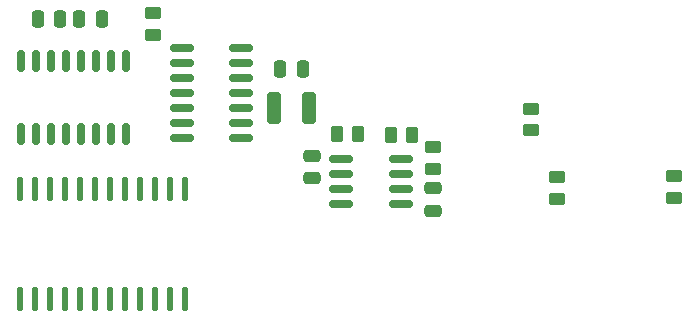
<source format=gtp>
%TF.GenerationSoftware,KiCad,Pcbnew,7.0.10*%
%TF.CreationDate,2024-01-19T17:16:02+02:00*%
%TF.ProjectId,jox030,6a6f7830-3330-42e6-9b69-6361645f7063,rev?*%
%TF.SameCoordinates,Original*%
%TF.FileFunction,Paste,Top*%
%TF.FilePolarity,Positive*%
%FSLAX46Y46*%
G04 Gerber Fmt 4.6, Leading zero omitted, Abs format (unit mm)*
G04 Created by KiCad (PCBNEW 7.0.10) date 2024-01-19 17:16:02*
%MOMM*%
%LPD*%
G01*
G04 APERTURE LIST*
G04 Aperture macros list*
%AMRoundRect*
0 Rectangle with rounded corners*
0 $1 Rounding radius*
0 $2 $3 $4 $5 $6 $7 $8 $9 X,Y pos of 4 corners*
0 Add a 4 corners polygon primitive as box body*
4,1,4,$2,$3,$4,$5,$6,$7,$8,$9,$2,$3,0*
0 Add four circle primitives for the rounded corners*
1,1,$1+$1,$2,$3*
1,1,$1+$1,$4,$5*
1,1,$1+$1,$6,$7*
1,1,$1+$1,$8,$9*
0 Add four rect primitives between the rounded corners*
20,1,$1+$1,$2,$3,$4,$5,0*
20,1,$1+$1,$4,$5,$6,$7,0*
20,1,$1+$1,$6,$7,$8,$9,0*
20,1,$1+$1,$8,$9,$2,$3,0*%
G04 Aperture macros list end*
%ADD10RoundRect,0.250000X-0.262500X-0.450000X0.262500X-0.450000X0.262500X0.450000X-0.262500X0.450000X0*%
%ADD11RoundRect,0.250000X-0.475000X0.250000X-0.475000X-0.250000X0.475000X-0.250000X0.475000X0.250000X0*%
%ADD12RoundRect,0.250000X0.250000X0.475000X-0.250000X0.475000X-0.250000X-0.475000X0.250000X-0.475000X0*%
%ADD13RoundRect,0.250000X-0.450000X0.262500X-0.450000X-0.262500X0.450000X-0.262500X0.450000X0.262500X0*%
%ADD14RoundRect,0.150000X0.825000X0.150000X-0.825000X0.150000X-0.825000X-0.150000X0.825000X-0.150000X0*%
%ADD15RoundRect,0.250000X-0.325000X-1.100000X0.325000X-1.100000X0.325000X1.100000X-0.325000X1.100000X0*%
%ADD16RoundRect,0.162500X-0.825000X-0.162500X0.825000X-0.162500X0.825000X0.162500X-0.825000X0.162500X0*%
%ADD17RoundRect,0.137500X0.137500X-0.862500X0.137500X0.862500X-0.137500X0.862500X-0.137500X-0.862500X0*%
%ADD18RoundRect,0.250000X0.450000X-0.262500X0.450000X0.262500X-0.450000X0.262500X-0.450000X-0.262500X0*%
%ADD19RoundRect,0.250000X0.475000X-0.250000X0.475000X0.250000X-0.475000X0.250000X-0.475000X-0.250000X0*%
%ADD20RoundRect,0.162500X0.162500X-0.750000X0.162500X0.750000X-0.162500X0.750000X-0.162500X-0.750000X0*%
G04 APERTURE END LIST*
D10*
%TO.C,R29*%
X45087500Y-25750000D03*
X46912500Y-25750000D03*
%TD*%
D11*
%TO.C,C15*%
X53250000Y-30300000D03*
X53250000Y-32200000D03*
%TD*%
D12*
%TO.C,C9*%
X42200000Y-20250000D03*
X40300000Y-20250000D03*
%TD*%
D13*
%TO.C,R30*%
X53250000Y-26837500D03*
X53250000Y-28662500D03*
%TD*%
D14*
%TO.C,U27*%
X36975000Y-26060000D03*
X36975000Y-24790000D03*
X36975000Y-23520000D03*
X36975000Y-22250000D03*
X36975000Y-20980000D03*
X36975000Y-19710000D03*
X36975000Y-18440000D03*
X32025000Y-18440000D03*
X32025000Y-19710000D03*
X32025000Y-20980000D03*
X32025000Y-22250000D03*
X32025000Y-23520000D03*
X32025000Y-24790000D03*
X32025000Y-26060000D03*
%TD*%
D15*
%TO.C,C8*%
X39775000Y-23500000D03*
X42725000Y-23500000D03*
%TD*%
D16*
%TO.C,U28*%
X45462500Y-27845000D03*
X45462500Y-29115000D03*
X45462500Y-30385000D03*
X45462500Y-31655000D03*
X50537500Y-31655000D03*
X50537500Y-30385000D03*
X50537500Y-29115000D03*
X50537500Y-27845000D03*
%TD*%
D17*
%TO.C,U21*%
X18265000Y-39650000D03*
X19535000Y-39650000D03*
X20805000Y-39650000D03*
X22075000Y-39650000D03*
X23345000Y-39650000D03*
X24615000Y-39650000D03*
X25885000Y-39650000D03*
X27155000Y-39650000D03*
X28425000Y-39650000D03*
X29695000Y-39650000D03*
X30965000Y-39650000D03*
X32235000Y-39650000D03*
X32235000Y-30350000D03*
X30965000Y-30350000D03*
X29695000Y-30350000D03*
X28425000Y-30350000D03*
X27155000Y-30350000D03*
X25885000Y-30350000D03*
X24615000Y-30350000D03*
X23345000Y-30350000D03*
X22075000Y-30350000D03*
X20805000Y-30350000D03*
X19535000Y-30350000D03*
X18265000Y-30350000D03*
%TD*%
D18*
%TO.C,R28*%
X61500000Y-25412500D03*
X61500000Y-23587500D03*
%TD*%
D12*
%TO.C,C11*%
X21700000Y-16000000D03*
X19800000Y-16000000D03*
%TD*%
D13*
%TO.C,R32*%
X73660000Y-29288100D03*
X73660000Y-31113100D03*
%TD*%
D10*
%TO.C,R27*%
X49660800Y-25781000D03*
X51485800Y-25781000D03*
%TD*%
D19*
%TO.C,C14*%
X43000000Y-29450000D03*
X43000000Y-27550000D03*
%TD*%
D20*
%TO.C,U24*%
X18380000Y-25750000D03*
X19650000Y-25750000D03*
X20920000Y-25750000D03*
X22190000Y-25750000D03*
X23460000Y-25750000D03*
X24730000Y-25750000D03*
X26000000Y-25750000D03*
X27270000Y-25750000D03*
X27270000Y-19575000D03*
X26000000Y-19575000D03*
X24730000Y-19575000D03*
X23460000Y-19575000D03*
X22190000Y-19575000D03*
X20920000Y-19575000D03*
X19650000Y-19575000D03*
X18380000Y-19575000D03*
%TD*%
D12*
%TO.C,C10*%
X25200000Y-16000000D03*
X23300000Y-16000000D03*
%TD*%
D13*
%TO.C,R31*%
X63779400Y-29364300D03*
X63779400Y-31189300D03*
%TD*%
D18*
%TO.C,R26*%
X29500000Y-17325000D03*
X29500000Y-15500000D03*
%TD*%
M02*

</source>
